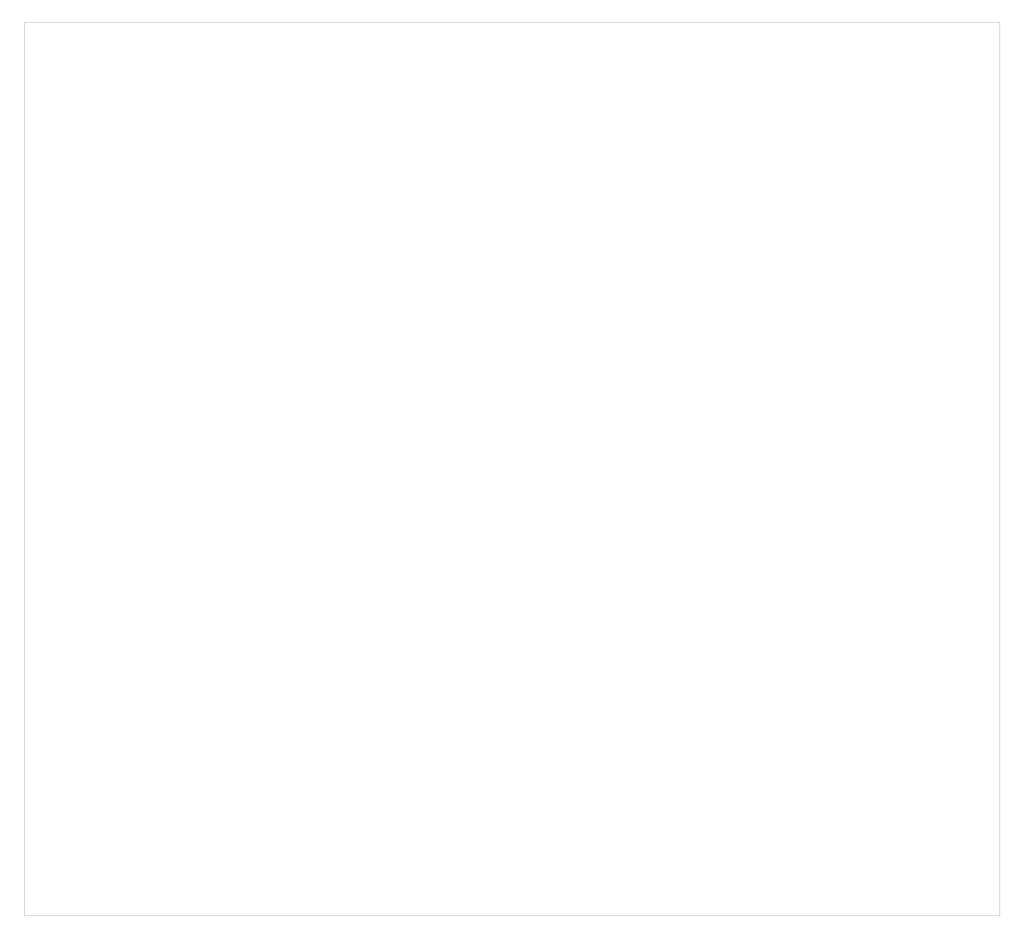
<source format=gbr>
G04 #@! TF.GenerationSoftware,KiCad,Pcbnew,(5.1.5)-3*
G04 #@! TF.CreationDate,2021-10-30T22:10:08-06:00*
G04 #@! TF.ProjectId,taito_video_processor_pcb,74616974-6f5f-4766-9964-656f5f70726f,rev?*
G04 #@! TF.SameCoordinates,Original*
G04 #@! TF.FileFunction,Profile,NP*
%FSLAX46Y46*%
G04 Gerber Fmt 4.6, Leading zero omitted, Abs format (unit mm)*
G04 Created by KiCad (PCBNEW (5.1.5)-3) date 2021-10-30 22:10:08*
%MOMM*%
%LPD*%
G04 APERTURE LIST*
%ADD10C,0.025400*%
G04 APERTURE END LIST*
D10*
X457200000Y-76200000D02*
X457200000Y-355600000D01*
X152400000Y-76200000D02*
X457200000Y-76200000D01*
X152400000Y-355600000D02*
X152400000Y-76200000D01*
X152400000Y-355600000D02*
X457200000Y-355600000D01*
M02*

</source>
